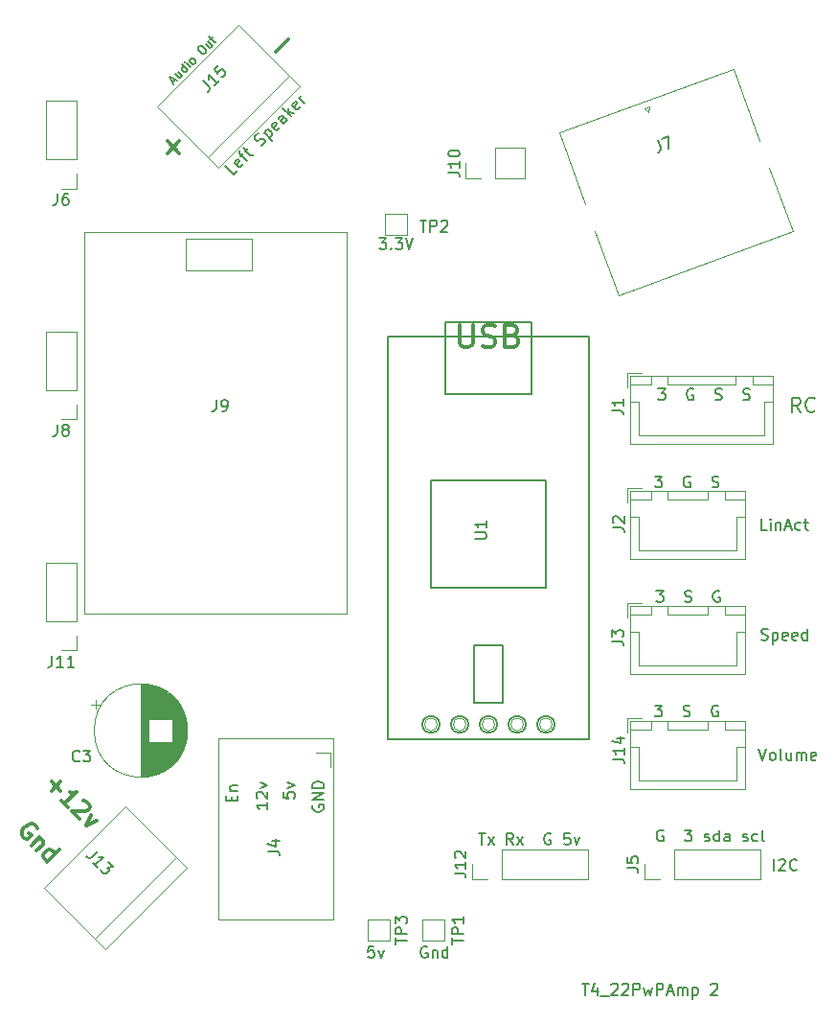
<source format=gbr>
G04 #@! TF.GenerationSoftware,KiCad,Pcbnew,(5.1.6)-1*
G04 #@! TF.CreationDate,2021-07-19T19:05:09-05:00*
G04 #@! TF.ProjectId,ControlBoardT4_22PinSound_PowerAmp,436f6e74-726f-46c4-926f-61726454345f,rev?*
G04 #@! TF.SameCoordinates,Original*
G04 #@! TF.FileFunction,Legend,Top*
G04 #@! TF.FilePolarity,Positive*
%FSLAX46Y46*%
G04 Gerber Fmt 4.6, Leading zero omitted, Abs format (unit mm)*
G04 Created by KiCad (PCBNEW (5.1.6)-1) date 2021-07-19 19:05:09*
%MOMM*%
%LPD*%
G01*
G04 APERTURE LIST*
%ADD10C,0.150000*%
%ADD11C,0.300000*%
%ADD12C,0.350000*%
%ADD13C,0.120000*%
%ADD14C,0.177800*%
G04 APERTURE END LIST*
D10*
X150133809Y-141272380D02*
X150705238Y-141272380D01*
X150419523Y-142272380D02*
X150419523Y-141272380D01*
X150943333Y-142272380D02*
X151467142Y-141605714D01*
X150943333Y-141605714D02*
X151467142Y-142272380D01*
X153181428Y-142272380D02*
X152848095Y-141796190D01*
X152610000Y-142272380D02*
X152610000Y-141272380D01*
X152990952Y-141272380D01*
X153086190Y-141320000D01*
X153133809Y-141367619D01*
X153181428Y-141462857D01*
X153181428Y-141605714D01*
X153133809Y-141700952D01*
X153086190Y-141748571D01*
X152990952Y-141796190D01*
X152610000Y-141796190D01*
X153514761Y-142272380D02*
X154038571Y-141605714D01*
X153514761Y-141605714D02*
X154038571Y-142272380D01*
X156467142Y-141320000D02*
X156371904Y-141272380D01*
X156229047Y-141272380D01*
X156086190Y-141320000D01*
X155990952Y-141415238D01*
X155943333Y-141510476D01*
X155895714Y-141700952D01*
X155895714Y-141843809D01*
X155943333Y-142034285D01*
X155990952Y-142129523D01*
X156086190Y-142224761D01*
X156229047Y-142272380D01*
X156324285Y-142272380D01*
X156467142Y-142224761D01*
X156514761Y-142177142D01*
X156514761Y-141843809D01*
X156324285Y-141843809D01*
X158181428Y-141272380D02*
X157705238Y-141272380D01*
X157657619Y-141748571D01*
X157705238Y-141700952D01*
X157800476Y-141653333D01*
X158038571Y-141653333D01*
X158133809Y-141700952D01*
X158181428Y-141748571D01*
X158229047Y-141843809D01*
X158229047Y-142081904D01*
X158181428Y-142177142D01*
X158133809Y-142224761D01*
X158038571Y-142272380D01*
X157800476Y-142272380D01*
X157705238Y-142224761D01*
X157657619Y-142177142D01*
X158562380Y-141605714D02*
X158800476Y-142272380D01*
X159038571Y-141605714D01*
D11*
X148451190Y-96354761D02*
X148451190Y-97973809D01*
X148546428Y-98164285D01*
X148641666Y-98259523D01*
X148832142Y-98354761D01*
X149213095Y-98354761D01*
X149403571Y-98259523D01*
X149498809Y-98164285D01*
X149594047Y-97973809D01*
X149594047Y-96354761D01*
X150451190Y-98259523D02*
X150736904Y-98354761D01*
X151213095Y-98354761D01*
X151403571Y-98259523D01*
X151498809Y-98164285D01*
X151594047Y-97973809D01*
X151594047Y-97783333D01*
X151498809Y-97592857D01*
X151403571Y-97497619D01*
X151213095Y-97402380D01*
X150832142Y-97307142D01*
X150641666Y-97211904D01*
X150546428Y-97116666D01*
X150451190Y-96926190D01*
X150451190Y-96735714D01*
X150546428Y-96545238D01*
X150641666Y-96450000D01*
X150832142Y-96354761D01*
X151308333Y-96354761D01*
X151594047Y-96450000D01*
X153117857Y-97307142D02*
X153403571Y-97402380D01*
X153498809Y-97497619D01*
X153594047Y-97688095D01*
X153594047Y-97973809D01*
X153498809Y-98164285D01*
X153403571Y-98259523D01*
X153213095Y-98354761D01*
X152451190Y-98354761D01*
X152451190Y-96354761D01*
X153117857Y-96354761D01*
X153308333Y-96450000D01*
X153403571Y-96545238D01*
X153498809Y-96735714D01*
X153498809Y-96926190D01*
X153403571Y-97116666D01*
X153308333Y-97211904D01*
X153117857Y-97307142D01*
X152451190Y-97307142D01*
D10*
X165980357Y-102002380D02*
X166599404Y-102002380D01*
X166266071Y-102383333D01*
X166408928Y-102383333D01*
X166504166Y-102430952D01*
X166551785Y-102478571D01*
X166599404Y-102573809D01*
X166599404Y-102811904D01*
X166551785Y-102907142D01*
X166504166Y-102954761D01*
X166408928Y-103002380D01*
X166123214Y-103002380D01*
X166027976Y-102954761D01*
X165980357Y-102907142D01*
X169075595Y-102050000D02*
X168980357Y-102002380D01*
X168837500Y-102002380D01*
X168694642Y-102050000D01*
X168599404Y-102145238D01*
X168551785Y-102240476D01*
X168504166Y-102430952D01*
X168504166Y-102573809D01*
X168551785Y-102764285D01*
X168599404Y-102859523D01*
X168694642Y-102954761D01*
X168837500Y-103002380D01*
X168932738Y-103002380D01*
X169075595Y-102954761D01*
X169123214Y-102907142D01*
X169123214Y-102573809D01*
X168932738Y-102573809D01*
X171027976Y-102954761D02*
X171170833Y-103002380D01*
X171408928Y-103002380D01*
X171504166Y-102954761D01*
X171551785Y-102907142D01*
X171599404Y-102811904D01*
X171599404Y-102716666D01*
X171551785Y-102621428D01*
X171504166Y-102573809D01*
X171408928Y-102526190D01*
X171218452Y-102478571D01*
X171123214Y-102430952D01*
X171075595Y-102383333D01*
X171027976Y-102288095D01*
X171027976Y-102192857D01*
X171075595Y-102097619D01*
X171123214Y-102050000D01*
X171218452Y-102002380D01*
X171456547Y-102002380D01*
X171599404Y-102050000D01*
X173504166Y-102954761D02*
X173647023Y-103002380D01*
X173885119Y-103002380D01*
X173980357Y-102954761D01*
X174027976Y-102907142D01*
X174075595Y-102811904D01*
X174075595Y-102716666D01*
X174027976Y-102621428D01*
X173980357Y-102573809D01*
X173885119Y-102526190D01*
X173694642Y-102478571D01*
X173599404Y-102430952D01*
X173551785Y-102383333D01*
X173504166Y-102288095D01*
X173504166Y-102192857D01*
X173551785Y-102097619D01*
X173599404Y-102050000D01*
X173694642Y-102002380D01*
X173932738Y-102002380D01*
X174075595Y-102050000D01*
X165710357Y-109742380D02*
X166329404Y-109742380D01*
X165996071Y-110123333D01*
X166138928Y-110123333D01*
X166234166Y-110170952D01*
X166281785Y-110218571D01*
X166329404Y-110313809D01*
X166329404Y-110551904D01*
X166281785Y-110647142D01*
X166234166Y-110694761D01*
X166138928Y-110742380D01*
X165853214Y-110742380D01*
X165757976Y-110694761D01*
X165710357Y-110647142D01*
X168805595Y-109790000D02*
X168710357Y-109742380D01*
X168567500Y-109742380D01*
X168424642Y-109790000D01*
X168329404Y-109885238D01*
X168281785Y-109980476D01*
X168234166Y-110170952D01*
X168234166Y-110313809D01*
X168281785Y-110504285D01*
X168329404Y-110599523D01*
X168424642Y-110694761D01*
X168567500Y-110742380D01*
X168662738Y-110742380D01*
X168805595Y-110694761D01*
X168853214Y-110647142D01*
X168853214Y-110313809D01*
X168662738Y-110313809D01*
X170757976Y-110694761D02*
X170900833Y-110742380D01*
X171138928Y-110742380D01*
X171234166Y-110694761D01*
X171281785Y-110647142D01*
X171329404Y-110551904D01*
X171329404Y-110456666D01*
X171281785Y-110361428D01*
X171234166Y-110313809D01*
X171138928Y-110266190D01*
X170948452Y-110218571D01*
X170853214Y-110170952D01*
X170805595Y-110123333D01*
X170757976Y-110028095D01*
X170757976Y-109932857D01*
X170805595Y-109837619D01*
X170853214Y-109790000D01*
X170948452Y-109742380D01*
X171186547Y-109742380D01*
X171329404Y-109790000D01*
X165830357Y-119842380D02*
X166449404Y-119842380D01*
X166116071Y-120223333D01*
X166258928Y-120223333D01*
X166354166Y-120270952D01*
X166401785Y-120318571D01*
X166449404Y-120413809D01*
X166449404Y-120651904D01*
X166401785Y-120747142D01*
X166354166Y-120794761D01*
X166258928Y-120842380D01*
X165973214Y-120842380D01*
X165877976Y-120794761D01*
X165830357Y-120747142D01*
X168354166Y-120794761D02*
X168497023Y-120842380D01*
X168735119Y-120842380D01*
X168830357Y-120794761D01*
X168877976Y-120747142D01*
X168925595Y-120651904D01*
X168925595Y-120556666D01*
X168877976Y-120461428D01*
X168830357Y-120413809D01*
X168735119Y-120366190D01*
X168544642Y-120318571D01*
X168449404Y-120270952D01*
X168401785Y-120223333D01*
X168354166Y-120128095D01*
X168354166Y-120032857D01*
X168401785Y-119937619D01*
X168449404Y-119890000D01*
X168544642Y-119842380D01*
X168782738Y-119842380D01*
X168925595Y-119890000D01*
X171401785Y-119890000D02*
X171306547Y-119842380D01*
X171163690Y-119842380D01*
X171020833Y-119890000D01*
X170925595Y-119985238D01*
X170877976Y-120080476D01*
X170830357Y-120270952D01*
X170830357Y-120413809D01*
X170877976Y-120604285D01*
X170925595Y-120699523D01*
X171020833Y-120794761D01*
X171163690Y-120842380D01*
X171258928Y-120842380D01*
X171401785Y-120794761D01*
X171449404Y-120747142D01*
X171449404Y-120413809D01*
X171258928Y-120413809D01*
X165700357Y-129972380D02*
X166319404Y-129972380D01*
X165986071Y-130353333D01*
X166128928Y-130353333D01*
X166224166Y-130400952D01*
X166271785Y-130448571D01*
X166319404Y-130543809D01*
X166319404Y-130781904D01*
X166271785Y-130877142D01*
X166224166Y-130924761D01*
X166128928Y-130972380D01*
X165843214Y-130972380D01*
X165747976Y-130924761D01*
X165700357Y-130877142D01*
X168224166Y-130924761D02*
X168367023Y-130972380D01*
X168605119Y-130972380D01*
X168700357Y-130924761D01*
X168747976Y-130877142D01*
X168795595Y-130781904D01*
X168795595Y-130686666D01*
X168747976Y-130591428D01*
X168700357Y-130543809D01*
X168605119Y-130496190D01*
X168414642Y-130448571D01*
X168319404Y-130400952D01*
X168271785Y-130353333D01*
X168224166Y-130258095D01*
X168224166Y-130162857D01*
X168271785Y-130067619D01*
X168319404Y-130020000D01*
X168414642Y-129972380D01*
X168652738Y-129972380D01*
X168795595Y-130020000D01*
X171271785Y-130020000D02*
X171176547Y-129972380D01*
X171033690Y-129972380D01*
X170890833Y-130020000D01*
X170795595Y-130115238D01*
X170747976Y-130210476D01*
X170700357Y-130400952D01*
X170700357Y-130543809D01*
X170747976Y-130734285D01*
X170795595Y-130829523D01*
X170890833Y-130924761D01*
X171033690Y-130972380D01*
X171128928Y-130972380D01*
X171271785Y-130924761D01*
X171319404Y-130877142D01*
X171319404Y-130543809D01*
X171128928Y-130543809D01*
X166434404Y-141025000D02*
X166339166Y-140977380D01*
X166196309Y-140977380D01*
X166053452Y-141025000D01*
X165958214Y-141120238D01*
X165910595Y-141215476D01*
X165862976Y-141405952D01*
X165862976Y-141548809D01*
X165910595Y-141739285D01*
X165958214Y-141834523D01*
X166053452Y-141929761D01*
X166196309Y-141977380D01*
X166291547Y-141977380D01*
X166434404Y-141929761D01*
X166482023Y-141882142D01*
X166482023Y-141548809D01*
X166291547Y-141548809D01*
X168339166Y-140977380D02*
X168958214Y-140977380D01*
X168624880Y-141358333D01*
X168767738Y-141358333D01*
X168862976Y-141405952D01*
X168910595Y-141453571D01*
X168958214Y-141548809D01*
X168958214Y-141786904D01*
X168910595Y-141882142D01*
X168862976Y-141929761D01*
X168767738Y-141977380D01*
X168482023Y-141977380D01*
X168386785Y-141929761D01*
X168339166Y-141882142D01*
X170101071Y-141929761D02*
X170196309Y-141977380D01*
X170386785Y-141977380D01*
X170482023Y-141929761D01*
X170529642Y-141834523D01*
X170529642Y-141786904D01*
X170482023Y-141691666D01*
X170386785Y-141644047D01*
X170243928Y-141644047D01*
X170148690Y-141596428D01*
X170101071Y-141501190D01*
X170101071Y-141453571D01*
X170148690Y-141358333D01*
X170243928Y-141310714D01*
X170386785Y-141310714D01*
X170482023Y-141358333D01*
X171386785Y-141977380D02*
X171386785Y-140977380D01*
X171386785Y-141929761D02*
X171291547Y-141977380D01*
X171101071Y-141977380D01*
X171005833Y-141929761D01*
X170958214Y-141882142D01*
X170910595Y-141786904D01*
X170910595Y-141501190D01*
X170958214Y-141405952D01*
X171005833Y-141358333D01*
X171101071Y-141310714D01*
X171291547Y-141310714D01*
X171386785Y-141358333D01*
X172291547Y-141977380D02*
X172291547Y-141453571D01*
X172243928Y-141358333D01*
X172148690Y-141310714D01*
X171958214Y-141310714D01*
X171862976Y-141358333D01*
X172291547Y-141929761D02*
X172196309Y-141977380D01*
X171958214Y-141977380D01*
X171862976Y-141929761D01*
X171815357Y-141834523D01*
X171815357Y-141739285D01*
X171862976Y-141644047D01*
X171958214Y-141596428D01*
X172196309Y-141596428D01*
X172291547Y-141548809D01*
X173482023Y-141929761D02*
X173577261Y-141977380D01*
X173767738Y-141977380D01*
X173862976Y-141929761D01*
X173910595Y-141834523D01*
X173910595Y-141786904D01*
X173862976Y-141691666D01*
X173767738Y-141644047D01*
X173624880Y-141644047D01*
X173529642Y-141596428D01*
X173482023Y-141501190D01*
X173482023Y-141453571D01*
X173529642Y-141358333D01*
X173624880Y-141310714D01*
X173767738Y-141310714D01*
X173862976Y-141358333D01*
X174767738Y-141929761D02*
X174672500Y-141977380D01*
X174482023Y-141977380D01*
X174386785Y-141929761D01*
X174339166Y-141882142D01*
X174291547Y-141786904D01*
X174291547Y-141501190D01*
X174339166Y-141405952D01*
X174386785Y-141358333D01*
X174482023Y-141310714D01*
X174672500Y-141310714D01*
X174767738Y-141358333D01*
X175339166Y-141977380D02*
X175243928Y-141929761D01*
X175196309Y-141834523D01*
X175196309Y-140977380D01*
X123044859Y-74931916D02*
X123297398Y-74679378D01*
X123145875Y-75133947D02*
X122792321Y-74426840D01*
X123499428Y-74780393D01*
X123549936Y-74022779D02*
X123903489Y-74376332D01*
X123322651Y-74250063D02*
X123600443Y-74527855D01*
X123676205Y-74553109D01*
X123751966Y-74527855D01*
X123827728Y-74452094D01*
X123852981Y-74376332D01*
X123852981Y-74325825D01*
X124383312Y-73896510D02*
X123852981Y-73366180D01*
X124358058Y-73871256D02*
X124332804Y-73947018D01*
X124231789Y-74048033D01*
X124156027Y-74073287D01*
X124105520Y-74073287D01*
X124029758Y-74048033D01*
X123878235Y-73896510D01*
X123852981Y-73820748D01*
X123852981Y-73770241D01*
X123878235Y-73694479D01*
X123979251Y-73593464D01*
X124055012Y-73568210D01*
X124635850Y-73643972D02*
X124282296Y-73290418D01*
X124105520Y-73113642D02*
X124105520Y-73164149D01*
X124156027Y-73164149D01*
X124156027Y-73113642D01*
X124105520Y-73113642D01*
X124156027Y-73164149D01*
X124964149Y-73315672D02*
X124888388Y-73340926D01*
X124837880Y-73340926D01*
X124762119Y-73315672D01*
X124610596Y-73164149D01*
X124585342Y-73088388D01*
X124585342Y-73037880D01*
X124610596Y-72962119D01*
X124686357Y-72886357D01*
X124762119Y-72861104D01*
X124812626Y-72861104D01*
X124888388Y-72886357D01*
X125039911Y-73037880D01*
X125065165Y-73113642D01*
X125065165Y-73164149D01*
X125039911Y-73239911D01*
X124964149Y-73315672D01*
X125342956Y-71876205D02*
X125443972Y-71775190D01*
X125519733Y-71749936D01*
X125620748Y-71749936D01*
X125747018Y-71825697D01*
X125923794Y-72002474D01*
X125999556Y-72128743D01*
X125999556Y-72229758D01*
X125974302Y-72305520D01*
X125873287Y-72406535D01*
X125797525Y-72431789D01*
X125696510Y-72431789D01*
X125570241Y-72356027D01*
X125393464Y-72179251D01*
X125317703Y-72052981D01*
X125317703Y-71951966D01*
X125342956Y-71876205D01*
X126201586Y-71371129D02*
X126555140Y-71724682D01*
X125974302Y-71598413D02*
X126252094Y-71876205D01*
X126327855Y-71901459D01*
X126403617Y-71876205D01*
X126479378Y-71800443D01*
X126504632Y-71724682D01*
X126504632Y-71674174D01*
X126378363Y-71194352D02*
X126580393Y-70992321D01*
X126277348Y-70941814D02*
X126731916Y-71396382D01*
X126807678Y-71421636D01*
X126883439Y-71396382D01*
X126933947Y-71345875D01*
D12*
X132162267Y-72239763D02*
X133239763Y-71162267D01*
X122587267Y-81214763D02*
X123664763Y-80137267D01*
X123664763Y-81214763D02*
X122587267Y-80137267D01*
D11*
X112330963Y-136707486D02*
X113139086Y-137515608D01*
X112330963Y-137515608D02*
X113139086Y-136707486D01*
X113795685Y-138980330D02*
X113189593Y-138374238D01*
X113492639Y-138677284D02*
X114553299Y-137616624D01*
X114300761Y-137667131D01*
X114098730Y-137667131D01*
X113947208Y-137616624D01*
X115159391Y-138424746D02*
X115260406Y-138424746D01*
X115411929Y-138475253D01*
X115664467Y-138727791D01*
X115714975Y-138879314D01*
X115714975Y-138980330D01*
X115664467Y-139131852D01*
X115563452Y-139232868D01*
X115361421Y-139333883D01*
X114149238Y-139333883D01*
X114805837Y-139990482D01*
X115866497Y-139636929D02*
X115411929Y-140596574D01*
X116371574Y-140142005D01*
X111073477Y-140837816D02*
X111022969Y-140686294D01*
X110871446Y-140534771D01*
X110669416Y-140433755D01*
X110467385Y-140433755D01*
X110315862Y-140484263D01*
X110063324Y-140635786D01*
X109911801Y-140787309D01*
X109760278Y-141039847D01*
X109709771Y-141191370D01*
X109709771Y-141393400D01*
X109810786Y-141595431D01*
X109911801Y-141696446D01*
X110113832Y-141797461D01*
X110214847Y-141797461D01*
X110568400Y-141443908D01*
X110366370Y-141241877D01*
X111275507Y-141645938D02*
X110568400Y-142353045D01*
X111174492Y-141746954D02*
X111275507Y-141746954D01*
X111427030Y-141797461D01*
X111578553Y-141948984D01*
X111629061Y-142100507D01*
X111578553Y-142252030D01*
X111022969Y-142807614D01*
X111982614Y-143767259D02*
X113043274Y-142706599D01*
X112033122Y-143716751D02*
X111881599Y-143666244D01*
X111679568Y-143464213D01*
X111629061Y-143312690D01*
X111629061Y-143211675D01*
X111679568Y-143060152D01*
X111982614Y-142757106D01*
X112134137Y-142706599D01*
X112235152Y-142706599D01*
X112386675Y-142757106D01*
X112588705Y-142959137D01*
X112639213Y-143110660D01*
D10*
X159276190Y-154552380D02*
X159847619Y-154552380D01*
X159561904Y-155552380D02*
X159561904Y-154552380D01*
X160609523Y-154885714D02*
X160609523Y-155552380D01*
X160371428Y-154504761D02*
X160133333Y-155219047D01*
X160752380Y-155219047D01*
X160895238Y-155647619D02*
X161657142Y-155647619D01*
X161847619Y-154647619D02*
X161895238Y-154600000D01*
X161990476Y-154552380D01*
X162228571Y-154552380D01*
X162323809Y-154600000D01*
X162371428Y-154647619D01*
X162419047Y-154742857D01*
X162419047Y-154838095D01*
X162371428Y-154980952D01*
X161800000Y-155552380D01*
X162419047Y-155552380D01*
X162800000Y-154647619D02*
X162847619Y-154600000D01*
X162942857Y-154552380D01*
X163180952Y-154552380D01*
X163276190Y-154600000D01*
X163323809Y-154647619D01*
X163371428Y-154742857D01*
X163371428Y-154838095D01*
X163323809Y-154980952D01*
X162752380Y-155552380D01*
X163371428Y-155552380D01*
X163800000Y-155552380D02*
X163800000Y-154552380D01*
X164180952Y-154552380D01*
X164276190Y-154600000D01*
X164323809Y-154647619D01*
X164371428Y-154742857D01*
X164371428Y-154885714D01*
X164323809Y-154980952D01*
X164276190Y-155028571D01*
X164180952Y-155076190D01*
X163800000Y-155076190D01*
X164704761Y-154885714D02*
X164895238Y-155552380D01*
X165085714Y-155076190D01*
X165276190Y-155552380D01*
X165466666Y-154885714D01*
X165847619Y-155552380D02*
X165847619Y-154552380D01*
X166228571Y-154552380D01*
X166323809Y-154600000D01*
X166371428Y-154647619D01*
X166419047Y-154742857D01*
X166419047Y-154885714D01*
X166371428Y-154980952D01*
X166323809Y-155028571D01*
X166228571Y-155076190D01*
X165847619Y-155076190D01*
X166800000Y-155266666D02*
X167276190Y-155266666D01*
X166704761Y-155552380D02*
X167038095Y-154552380D01*
X167371428Y-155552380D01*
X167704761Y-155552380D02*
X167704761Y-154885714D01*
X167704761Y-154980952D02*
X167752380Y-154933333D01*
X167847619Y-154885714D01*
X167990476Y-154885714D01*
X168085714Y-154933333D01*
X168133333Y-155028571D01*
X168133333Y-155552380D01*
X168133333Y-155028571D02*
X168180952Y-154933333D01*
X168276190Y-154885714D01*
X168419047Y-154885714D01*
X168514285Y-154933333D01*
X168561904Y-155028571D01*
X168561904Y-155552380D01*
X169038095Y-154885714D02*
X169038095Y-155885714D01*
X169038095Y-154933333D02*
X169133333Y-154885714D01*
X169323809Y-154885714D01*
X169419047Y-154933333D01*
X169466666Y-154980952D01*
X169514285Y-155076190D01*
X169514285Y-155361904D01*
X169466666Y-155457142D01*
X169419047Y-155504761D01*
X169323809Y-155552380D01*
X169133333Y-155552380D01*
X169038095Y-155504761D01*
X170657142Y-154647619D02*
X170704761Y-154600000D01*
X170800000Y-154552380D01*
X171038095Y-154552380D01*
X171133333Y-154600000D01*
X171180952Y-154647619D01*
X171228571Y-154742857D01*
X171228571Y-154838095D01*
X171180952Y-154980952D01*
X170609523Y-155552380D01*
X171228571Y-155552380D01*
D13*
X137231000Y-132899000D02*
X127071000Y-132899000D01*
X135700000Y-134130000D02*
X136970000Y-134130000D01*
X136970000Y-134130000D02*
X136970000Y-135400000D01*
X137231000Y-132899000D02*
X137231000Y-148899000D01*
X137231000Y-148899000D02*
X127071000Y-148899000D01*
X127071000Y-132899000D02*
X127071000Y-148899000D01*
X165133880Y-77582624D02*
X165186689Y-77103891D01*
X164773769Y-77254181D02*
X165133880Y-77582624D01*
X165186689Y-77103891D02*
X164773769Y-77254181D01*
X177881178Y-88114991D02*
X162460822Y-93727541D01*
X177881178Y-88114991D02*
X175824891Y-82465389D01*
X172668791Y-73794075D02*
X157248435Y-79406626D01*
X174969162Y-80119789D02*
X172668791Y-73794075D01*
X162460822Y-93727541D02*
X160404535Y-88077940D01*
X159548806Y-85732340D02*
X157248435Y-79406626D01*
X115270000Y-121854500D02*
X138470000Y-121854500D01*
X115279200Y-88174500D02*
X115270000Y-121854500D01*
X138470000Y-88174500D02*
X138470000Y-121854500D01*
X115279200Y-88174500D02*
X138470000Y-88174500D01*
X124238100Y-88750500D02*
X130038100Y-88750500D01*
X130038100Y-88750500D02*
X130038100Y-91582600D01*
X130038100Y-91582600D02*
X124238100Y-91582600D01*
X124238100Y-91582600D02*
X124238100Y-88750500D01*
X164770000Y-145330000D02*
X164770000Y-144000000D01*
X166100000Y-145330000D02*
X164770000Y-145330000D01*
X167370000Y-145330000D02*
X167370000Y-142670000D01*
X167370000Y-142670000D02*
X175050000Y-142670000D01*
X167370000Y-145330000D02*
X175050000Y-145330000D01*
X175050000Y-145330000D02*
X175050000Y-142670000D01*
X133384205Y-74407898D02*
X126200000Y-81592102D01*
X134282231Y-75305923D02*
X128894077Y-69917769D01*
X128894077Y-69917769D02*
X121709872Y-77101974D01*
X121709872Y-77101974D02*
X127098026Y-82490128D01*
X127098026Y-82490128D02*
X134282231Y-75305923D01*
X124370000Y-132200000D02*
G75*
G03*
X124370000Y-132200000I-4120000J0D01*
G01*
X120250000Y-128120000D02*
X120250000Y-136280000D01*
X120290000Y-128120000D02*
X120290000Y-136280000D01*
X120330000Y-128120000D02*
X120330000Y-136280000D01*
X120370000Y-128121000D02*
X120370000Y-136279000D01*
X120410000Y-128123000D02*
X120410000Y-136277000D01*
X120450000Y-128124000D02*
X120450000Y-136276000D01*
X120490000Y-128126000D02*
X120490000Y-136274000D01*
X120530000Y-128129000D02*
X120530000Y-136271000D01*
X120570000Y-128132000D02*
X120570000Y-136268000D01*
X120610000Y-128135000D02*
X120610000Y-136265000D01*
X120650000Y-128139000D02*
X120650000Y-136261000D01*
X120690000Y-128143000D02*
X120690000Y-136257000D01*
X120730000Y-128148000D02*
X120730000Y-136252000D01*
X120770000Y-128152000D02*
X120770000Y-136248000D01*
X120810000Y-128158000D02*
X120810000Y-136242000D01*
X120850000Y-128163000D02*
X120850000Y-136237000D01*
X120890000Y-128170000D02*
X120890000Y-136230000D01*
X120930000Y-128176000D02*
X120930000Y-136224000D01*
X120971000Y-128183000D02*
X120971000Y-131160000D01*
X120971000Y-133240000D02*
X120971000Y-136217000D01*
X121011000Y-128190000D02*
X121011000Y-131160000D01*
X121011000Y-133240000D02*
X121011000Y-136210000D01*
X121051000Y-128198000D02*
X121051000Y-131160000D01*
X121051000Y-133240000D02*
X121051000Y-136202000D01*
X121091000Y-128206000D02*
X121091000Y-131160000D01*
X121091000Y-133240000D02*
X121091000Y-136194000D01*
X121131000Y-128215000D02*
X121131000Y-131160000D01*
X121131000Y-133240000D02*
X121131000Y-136185000D01*
X121171000Y-128224000D02*
X121171000Y-131160000D01*
X121171000Y-133240000D02*
X121171000Y-136176000D01*
X121211000Y-128233000D02*
X121211000Y-131160000D01*
X121211000Y-133240000D02*
X121211000Y-136167000D01*
X121251000Y-128243000D02*
X121251000Y-131160000D01*
X121251000Y-133240000D02*
X121251000Y-136157000D01*
X121291000Y-128253000D02*
X121291000Y-131160000D01*
X121291000Y-133240000D02*
X121291000Y-136147000D01*
X121331000Y-128264000D02*
X121331000Y-131160000D01*
X121331000Y-133240000D02*
X121331000Y-136136000D01*
X121371000Y-128275000D02*
X121371000Y-131160000D01*
X121371000Y-133240000D02*
X121371000Y-136125000D01*
X121411000Y-128286000D02*
X121411000Y-131160000D01*
X121411000Y-133240000D02*
X121411000Y-136114000D01*
X121451000Y-128298000D02*
X121451000Y-131160000D01*
X121451000Y-133240000D02*
X121451000Y-136102000D01*
X121491000Y-128311000D02*
X121491000Y-131160000D01*
X121491000Y-133240000D02*
X121491000Y-136089000D01*
X121531000Y-128323000D02*
X121531000Y-131160000D01*
X121531000Y-133240000D02*
X121531000Y-136077000D01*
X121571000Y-128337000D02*
X121571000Y-131160000D01*
X121571000Y-133240000D02*
X121571000Y-136063000D01*
X121611000Y-128350000D02*
X121611000Y-131160000D01*
X121611000Y-133240000D02*
X121611000Y-136050000D01*
X121651000Y-128365000D02*
X121651000Y-131160000D01*
X121651000Y-133240000D02*
X121651000Y-136035000D01*
X121691000Y-128379000D02*
X121691000Y-131160000D01*
X121691000Y-133240000D02*
X121691000Y-136021000D01*
X121731000Y-128395000D02*
X121731000Y-131160000D01*
X121731000Y-133240000D02*
X121731000Y-136005000D01*
X121771000Y-128410000D02*
X121771000Y-131160000D01*
X121771000Y-133240000D02*
X121771000Y-135990000D01*
X121811000Y-128426000D02*
X121811000Y-131160000D01*
X121811000Y-133240000D02*
X121811000Y-135974000D01*
X121851000Y-128443000D02*
X121851000Y-131160000D01*
X121851000Y-133240000D02*
X121851000Y-135957000D01*
X121891000Y-128460000D02*
X121891000Y-131160000D01*
X121891000Y-133240000D02*
X121891000Y-135940000D01*
X121931000Y-128478000D02*
X121931000Y-131160000D01*
X121931000Y-133240000D02*
X121931000Y-135922000D01*
X121971000Y-128496000D02*
X121971000Y-131160000D01*
X121971000Y-133240000D02*
X121971000Y-135904000D01*
X122011000Y-128514000D02*
X122011000Y-131160000D01*
X122011000Y-133240000D02*
X122011000Y-135886000D01*
X122051000Y-128534000D02*
X122051000Y-131160000D01*
X122051000Y-133240000D02*
X122051000Y-135866000D01*
X122091000Y-128553000D02*
X122091000Y-131160000D01*
X122091000Y-133240000D02*
X122091000Y-135847000D01*
X122131000Y-128573000D02*
X122131000Y-131160000D01*
X122131000Y-133240000D02*
X122131000Y-135827000D01*
X122171000Y-128594000D02*
X122171000Y-131160000D01*
X122171000Y-133240000D02*
X122171000Y-135806000D01*
X122211000Y-128616000D02*
X122211000Y-131160000D01*
X122211000Y-133240000D02*
X122211000Y-135784000D01*
X122251000Y-128638000D02*
X122251000Y-131160000D01*
X122251000Y-133240000D02*
X122251000Y-135762000D01*
X122291000Y-128660000D02*
X122291000Y-131160000D01*
X122291000Y-133240000D02*
X122291000Y-135740000D01*
X122331000Y-128683000D02*
X122331000Y-131160000D01*
X122331000Y-133240000D02*
X122331000Y-135717000D01*
X122371000Y-128707000D02*
X122371000Y-131160000D01*
X122371000Y-133240000D02*
X122371000Y-135693000D01*
X122411000Y-128731000D02*
X122411000Y-131160000D01*
X122411000Y-133240000D02*
X122411000Y-135669000D01*
X122451000Y-128756000D02*
X122451000Y-131160000D01*
X122451000Y-133240000D02*
X122451000Y-135644000D01*
X122491000Y-128782000D02*
X122491000Y-131160000D01*
X122491000Y-133240000D02*
X122491000Y-135618000D01*
X122531000Y-128808000D02*
X122531000Y-131160000D01*
X122531000Y-133240000D02*
X122531000Y-135592000D01*
X122571000Y-128835000D02*
X122571000Y-131160000D01*
X122571000Y-133240000D02*
X122571000Y-135565000D01*
X122611000Y-128862000D02*
X122611000Y-131160000D01*
X122611000Y-133240000D02*
X122611000Y-135538000D01*
X122651000Y-128891000D02*
X122651000Y-131160000D01*
X122651000Y-133240000D02*
X122651000Y-135509000D01*
X122691000Y-128920000D02*
X122691000Y-131160000D01*
X122691000Y-133240000D02*
X122691000Y-135480000D01*
X122731000Y-128950000D02*
X122731000Y-131160000D01*
X122731000Y-133240000D02*
X122731000Y-135450000D01*
X122771000Y-128980000D02*
X122771000Y-131160000D01*
X122771000Y-133240000D02*
X122771000Y-135420000D01*
X122811000Y-129011000D02*
X122811000Y-131160000D01*
X122811000Y-133240000D02*
X122811000Y-135389000D01*
X122851000Y-129044000D02*
X122851000Y-131160000D01*
X122851000Y-133240000D02*
X122851000Y-135356000D01*
X122891000Y-129076000D02*
X122891000Y-131160000D01*
X122891000Y-133240000D02*
X122891000Y-135324000D01*
X122931000Y-129110000D02*
X122931000Y-131160000D01*
X122931000Y-133240000D02*
X122931000Y-135290000D01*
X122971000Y-129145000D02*
X122971000Y-131160000D01*
X122971000Y-133240000D02*
X122971000Y-135255000D01*
X123011000Y-129181000D02*
X123011000Y-131160000D01*
X123011000Y-133240000D02*
X123011000Y-135219000D01*
X123051000Y-129217000D02*
X123051000Y-135183000D01*
X123091000Y-129255000D02*
X123091000Y-135145000D01*
X123131000Y-129293000D02*
X123131000Y-135107000D01*
X123171000Y-129333000D02*
X123171000Y-135067000D01*
X123211000Y-129374000D02*
X123211000Y-135026000D01*
X123251000Y-129416000D02*
X123251000Y-134984000D01*
X123291000Y-129459000D02*
X123291000Y-134941000D01*
X123331000Y-129503000D02*
X123331000Y-134897000D01*
X123371000Y-129549000D02*
X123371000Y-134851000D01*
X123411000Y-129596000D02*
X123411000Y-134804000D01*
X123451000Y-129644000D02*
X123451000Y-134756000D01*
X123491000Y-129695000D02*
X123491000Y-134705000D01*
X123531000Y-129746000D02*
X123531000Y-134654000D01*
X123571000Y-129800000D02*
X123571000Y-134600000D01*
X123611000Y-129855000D02*
X123611000Y-134545000D01*
X123651000Y-129913000D02*
X123651000Y-134487000D01*
X123691000Y-129972000D02*
X123691000Y-134428000D01*
X123731000Y-130034000D02*
X123731000Y-134366000D01*
X123771000Y-130098000D02*
X123771000Y-134302000D01*
X123811000Y-130166000D02*
X123811000Y-134234000D01*
X123851000Y-130236000D02*
X123851000Y-134164000D01*
X123891000Y-130310000D02*
X123891000Y-134090000D01*
X123931000Y-130387000D02*
X123931000Y-134013000D01*
X123971000Y-130469000D02*
X123971000Y-133931000D01*
X124011000Y-130555000D02*
X124011000Y-133845000D01*
X124051000Y-130648000D02*
X124051000Y-133752000D01*
X124091000Y-130747000D02*
X124091000Y-133653000D01*
X124131000Y-130854000D02*
X124131000Y-133546000D01*
X124171000Y-130971000D02*
X124171000Y-133429000D01*
X124211000Y-131102000D02*
X124211000Y-133298000D01*
X124251000Y-131252000D02*
X124251000Y-133148000D01*
X124291000Y-131432000D02*
X124291000Y-132968000D01*
X124331000Y-131667000D02*
X124331000Y-132733000D01*
X115840302Y-129885000D02*
X116640302Y-129885000D01*
X116240302Y-129485000D02*
X116240302Y-130285000D01*
X123384205Y-143407898D02*
X116200000Y-150592102D01*
X124282231Y-144305923D02*
X118894077Y-138917769D01*
X118894077Y-138917769D02*
X111709872Y-146101974D01*
X111709872Y-146101974D02*
X117098026Y-151490128D01*
X117098026Y-151490128D02*
X124282231Y-144305923D01*
X145150000Y-150750000D02*
X145150000Y-148850000D01*
X145150000Y-148850000D02*
X147050000Y-148850000D01*
X147050000Y-148850000D02*
X147050000Y-150750000D01*
X147050000Y-150750000D02*
X145150000Y-150750000D01*
X114530000Y-84330000D02*
X113200000Y-84330000D01*
X114530000Y-83000000D02*
X114530000Y-84330000D01*
X114530000Y-81730000D02*
X111870000Y-81730000D01*
X111870000Y-81730000D02*
X111870000Y-76590000D01*
X114530000Y-81730000D02*
X114530000Y-76590000D01*
X114530000Y-76590000D02*
X111870000Y-76590000D01*
X114530000Y-104730000D02*
X113200000Y-104730000D01*
X114530000Y-103400000D02*
X114530000Y-104730000D01*
X114530000Y-102130000D02*
X111870000Y-102130000D01*
X111870000Y-102130000D02*
X111870000Y-96990000D01*
X114530000Y-102130000D02*
X114530000Y-96990000D01*
X114530000Y-96990000D02*
X111870000Y-96990000D01*
X114530000Y-117390000D02*
X111870000Y-117390000D01*
X114530000Y-122530000D02*
X114530000Y-117390000D01*
X111870000Y-122530000D02*
X111870000Y-117390000D01*
X114530000Y-122530000D02*
X111870000Y-122530000D01*
X114530000Y-123800000D02*
X114530000Y-125130000D01*
X114530000Y-125130000D02*
X113200000Y-125130000D01*
X141850000Y-86550000D02*
X143750000Y-86550000D01*
X143750000Y-86550000D02*
X143750000Y-88450000D01*
X143750000Y-88450000D02*
X141850000Y-88450000D01*
X141850000Y-88450000D02*
X141850000Y-86550000D01*
X140350000Y-148850000D02*
X142250000Y-148850000D01*
X140350000Y-150750000D02*
X140350000Y-148850000D01*
X142250000Y-150750000D02*
X140350000Y-150750000D01*
X142250000Y-148850000D02*
X142250000Y-150750000D01*
D10*
X145897000Y-119593000D02*
X156057000Y-119593000D01*
X156057000Y-110068000D02*
X145897000Y-110068000D01*
X145897000Y-110068000D02*
X145897000Y-119593000D01*
X156057000Y-110068000D02*
X156057000Y-119593000D01*
X159867000Y-132928000D02*
X159867000Y-97368000D01*
X142087000Y-97368000D02*
X142087000Y-132928000D01*
X147167000Y-97368000D02*
X147167000Y-96098000D01*
X147167000Y-96098000D02*
X154787000Y-96098000D01*
X154787000Y-96098000D02*
X154787000Y-97368000D01*
X147167000Y-102448000D02*
X154787000Y-102448000D01*
X154787000Y-102448000D02*
X154787000Y-97368000D01*
X147167000Y-102448000D02*
X147167000Y-97368000D01*
X152247000Y-124673000D02*
X152247000Y-129753000D01*
X152247000Y-129753000D02*
X149707000Y-129753000D01*
X149707000Y-129753000D02*
X149707000Y-124673000D01*
X149707000Y-124673000D02*
X152247000Y-124673000D01*
X159867000Y-132928000D02*
X142087000Y-132928000D01*
X142087000Y-97368000D02*
X159867000Y-97368000D01*
D13*
X156624961Y-131658000D02*
G75*
G03*
X156624961Y-131658000I-567961J0D01*
G01*
X156860219Y-131658000D02*
G75*
G03*
X156860219Y-131658000I-803219J0D01*
G01*
X156775420Y-131658000D02*
G75*
G03*
X156775420Y-131658000I-718420J0D01*
G01*
X154084961Y-131658000D02*
G75*
G03*
X154084961Y-131658000I-567961J0D01*
G01*
X154320219Y-131658000D02*
G75*
G03*
X154320219Y-131658000I-803219J0D01*
G01*
X154235420Y-131658000D02*
G75*
G03*
X154235420Y-131658000I-718420J0D01*
G01*
X151544961Y-131658000D02*
G75*
G03*
X151544961Y-131658000I-567961J0D01*
G01*
X151780219Y-131658000D02*
G75*
G03*
X151780219Y-131658000I-803219J0D01*
G01*
X151695420Y-131658000D02*
G75*
G03*
X151695420Y-131658000I-718420J0D01*
G01*
X149004961Y-131658000D02*
G75*
G03*
X149004961Y-131658000I-567961J0D01*
G01*
X149240219Y-131658000D02*
G75*
G03*
X149240219Y-131658000I-803219J0D01*
G01*
X149155420Y-131658000D02*
G75*
G03*
X149155420Y-131658000I-718420J0D01*
G01*
X146464961Y-131658000D02*
G75*
G03*
X146464961Y-131658000I-567961J0D01*
G01*
X146700219Y-131658000D02*
G75*
G03*
X146700219Y-131658000I-803219J0D01*
G01*
X146615420Y-131658000D02*
G75*
G03*
X146615420Y-131658000I-718420J0D01*
G01*
X148970000Y-83430000D02*
X148970000Y-82100000D01*
X150300000Y-83430000D02*
X148970000Y-83430000D01*
X151570000Y-83430000D02*
X151570000Y-80770000D01*
X151570000Y-80770000D02*
X154170000Y-80770000D01*
X151570000Y-83430000D02*
X154170000Y-83430000D01*
X154170000Y-83430000D02*
X154170000Y-80770000D01*
X149530000Y-145330000D02*
X149530000Y-144000000D01*
X150860000Y-145330000D02*
X149530000Y-145330000D01*
X152130000Y-145330000D02*
X152130000Y-142670000D01*
X152130000Y-142670000D02*
X159810000Y-142670000D01*
X152130000Y-145330000D02*
X159810000Y-145330000D01*
X159810000Y-145330000D02*
X159810000Y-142670000D01*
X163250000Y-100610000D02*
X163250000Y-101860000D01*
X164500000Y-100610000D02*
X163250000Y-100610000D01*
X175400000Y-106110000D02*
X169850000Y-106110000D01*
X175400000Y-103160000D02*
X175400000Y-106110000D01*
X176150000Y-103160000D02*
X175400000Y-103160000D01*
X164300000Y-106110000D02*
X169850000Y-106110000D01*
X164300000Y-103160000D02*
X164300000Y-106110000D01*
X163550000Y-103160000D02*
X164300000Y-103160000D01*
X176150000Y-100910000D02*
X174350000Y-100910000D01*
X176150000Y-101660000D02*
X176150000Y-100910000D01*
X174350000Y-101660000D02*
X176150000Y-101660000D01*
X174350000Y-100910000D02*
X174350000Y-101660000D01*
X165350000Y-100910000D02*
X163550000Y-100910000D01*
X165350000Y-101660000D02*
X165350000Y-100910000D01*
X163550000Y-101660000D02*
X165350000Y-101660000D01*
X163550000Y-100910000D02*
X163550000Y-101660000D01*
X172850000Y-100910000D02*
X166850000Y-100910000D01*
X172850000Y-101660000D02*
X172850000Y-100910000D01*
X166850000Y-101660000D02*
X172850000Y-101660000D01*
X166850000Y-100910000D02*
X166850000Y-101660000D01*
X176160000Y-100900000D02*
X163540000Y-100900000D01*
X176160000Y-106870000D02*
X176160000Y-100900000D01*
X163540000Y-106870000D02*
X176160000Y-106870000D01*
X163540000Y-100900000D02*
X163540000Y-106870000D01*
X163540000Y-111060000D02*
X163540000Y-117030000D01*
X163540000Y-117030000D02*
X173660000Y-117030000D01*
X173660000Y-117030000D02*
X173660000Y-111060000D01*
X173660000Y-111060000D02*
X163540000Y-111060000D01*
X166850000Y-111070000D02*
X166850000Y-111820000D01*
X166850000Y-111820000D02*
X170350000Y-111820000D01*
X170350000Y-111820000D02*
X170350000Y-111070000D01*
X170350000Y-111070000D02*
X166850000Y-111070000D01*
X163550000Y-111070000D02*
X163550000Y-111820000D01*
X163550000Y-111820000D02*
X165350000Y-111820000D01*
X165350000Y-111820000D02*
X165350000Y-111070000D01*
X165350000Y-111070000D02*
X163550000Y-111070000D01*
X171850000Y-111070000D02*
X171850000Y-111820000D01*
X171850000Y-111820000D02*
X173650000Y-111820000D01*
X173650000Y-111820000D02*
X173650000Y-111070000D01*
X173650000Y-111070000D02*
X171850000Y-111070000D01*
X163550000Y-113320000D02*
X164300000Y-113320000D01*
X164300000Y-113320000D02*
X164300000Y-116270000D01*
X164300000Y-116270000D02*
X168600000Y-116270000D01*
X173650000Y-113320000D02*
X172900000Y-113320000D01*
X172900000Y-113320000D02*
X172900000Y-116270000D01*
X172900000Y-116270000D02*
X168600000Y-116270000D01*
X164500000Y-110770000D02*
X163250000Y-110770000D01*
X163250000Y-110770000D02*
X163250000Y-112020000D01*
X163540000Y-121220000D02*
X163540000Y-127190000D01*
X163540000Y-127190000D02*
X173660000Y-127190000D01*
X173660000Y-127190000D02*
X173660000Y-121220000D01*
X173660000Y-121220000D02*
X163540000Y-121220000D01*
X166850000Y-121230000D02*
X166850000Y-121980000D01*
X166850000Y-121980000D02*
X170350000Y-121980000D01*
X170350000Y-121980000D02*
X170350000Y-121230000D01*
X170350000Y-121230000D02*
X166850000Y-121230000D01*
X163550000Y-121230000D02*
X163550000Y-121980000D01*
X163550000Y-121980000D02*
X165350000Y-121980000D01*
X165350000Y-121980000D02*
X165350000Y-121230000D01*
X165350000Y-121230000D02*
X163550000Y-121230000D01*
X171850000Y-121230000D02*
X171850000Y-121980000D01*
X171850000Y-121980000D02*
X173650000Y-121980000D01*
X173650000Y-121980000D02*
X173650000Y-121230000D01*
X173650000Y-121230000D02*
X171850000Y-121230000D01*
X163550000Y-123480000D02*
X164300000Y-123480000D01*
X164300000Y-123480000D02*
X164300000Y-126430000D01*
X164300000Y-126430000D02*
X168600000Y-126430000D01*
X173650000Y-123480000D02*
X172900000Y-123480000D01*
X172900000Y-123480000D02*
X172900000Y-126430000D01*
X172900000Y-126430000D02*
X168600000Y-126430000D01*
X164500000Y-120930000D02*
X163250000Y-120930000D01*
X163250000Y-120930000D02*
X163250000Y-122180000D01*
X163250000Y-131090000D02*
X163250000Y-132340000D01*
X164500000Y-131090000D02*
X163250000Y-131090000D01*
X172900000Y-136590000D02*
X168600000Y-136590000D01*
X172900000Y-133640000D02*
X172900000Y-136590000D01*
X173650000Y-133640000D02*
X172900000Y-133640000D01*
X164300000Y-136590000D02*
X168600000Y-136590000D01*
X164300000Y-133640000D02*
X164300000Y-136590000D01*
X163550000Y-133640000D02*
X164300000Y-133640000D01*
X173650000Y-131390000D02*
X171850000Y-131390000D01*
X173650000Y-132140000D02*
X173650000Y-131390000D01*
X171850000Y-132140000D02*
X173650000Y-132140000D01*
X171850000Y-131390000D02*
X171850000Y-132140000D01*
X165350000Y-131390000D02*
X163550000Y-131390000D01*
X165350000Y-132140000D02*
X165350000Y-131390000D01*
X163550000Y-132140000D02*
X165350000Y-132140000D01*
X163550000Y-131390000D02*
X163550000Y-132140000D01*
X170350000Y-131390000D02*
X166850000Y-131390000D01*
X170350000Y-132140000D02*
X170350000Y-131390000D01*
X166850000Y-132140000D02*
X170350000Y-132140000D01*
X166850000Y-131390000D02*
X166850000Y-132140000D01*
X173660000Y-131380000D02*
X163540000Y-131380000D01*
X173660000Y-137350000D02*
X173660000Y-131380000D01*
X163540000Y-137350000D02*
X173660000Y-137350000D01*
X163540000Y-131380000D02*
X163540000Y-137350000D01*
D10*
X131489980Y-142858033D02*
X132204266Y-142858033D01*
X132347123Y-142905652D01*
X132442361Y-143000890D01*
X132489980Y-143143747D01*
X132489980Y-143238985D01*
X131823314Y-141953271D02*
X132489980Y-141953271D01*
X131442361Y-142191366D02*
X132156647Y-142429461D01*
X132156647Y-141810414D01*
X128270471Y-138403466D02*
X128270471Y-138070133D01*
X128794280Y-137927276D02*
X128794280Y-138403466D01*
X127794280Y-138403466D01*
X127794280Y-137927276D01*
X128127614Y-137498704D02*
X128794280Y-137498704D01*
X128222852Y-137498704D02*
X128175233Y-137451085D01*
X128127614Y-137355847D01*
X128127614Y-137212990D01*
X128175233Y-137117752D01*
X128270471Y-137070133D01*
X128794280Y-137070133D01*
X131458740Y-138564768D02*
X131458740Y-139136197D01*
X131458740Y-138850482D02*
X130458740Y-138850482D01*
X130601598Y-138945720D01*
X130696836Y-139040959D01*
X130744455Y-139136197D01*
X130553979Y-138183816D02*
X130506360Y-138136197D01*
X130458740Y-138040959D01*
X130458740Y-137802863D01*
X130506360Y-137707625D01*
X130553979Y-137660006D01*
X130649217Y-137612387D01*
X130744455Y-137612387D01*
X130887312Y-137660006D01*
X131458740Y-138231435D01*
X131458740Y-137612387D01*
X130792074Y-137279054D02*
X131458740Y-137040959D01*
X130792074Y-136802863D01*
X132846340Y-137663757D02*
X132846340Y-138139947D01*
X133322531Y-138187566D01*
X133274912Y-138139947D01*
X133227293Y-138044709D01*
X133227293Y-137806614D01*
X133274912Y-137711376D01*
X133322531Y-137663757D01*
X133417769Y-137616138D01*
X133655864Y-137616138D01*
X133751102Y-137663757D01*
X133798721Y-137711376D01*
X133846340Y-137806614D01*
X133846340Y-138044709D01*
X133798721Y-138139947D01*
X133751102Y-138187566D01*
X133179674Y-137282804D02*
X133846340Y-137044709D01*
X133179674Y-136806614D01*
X135477140Y-138795884D02*
X135429520Y-138891122D01*
X135429520Y-139033980D01*
X135477140Y-139176837D01*
X135572378Y-139272075D01*
X135667616Y-139319694D01*
X135858092Y-139367313D01*
X136000949Y-139367313D01*
X136191425Y-139319694D01*
X136286663Y-139272075D01*
X136381901Y-139176837D01*
X136429520Y-139033980D01*
X136429520Y-138938741D01*
X136381901Y-138795884D01*
X136334282Y-138748265D01*
X136000949Y-138748265D01*
X136000949Y-138938741D01*
X136429520Y-138319694D02*
X135429520Y-138319694D01*
X136429520Y-137748265D01*
X135429520Y-137748265D01*
X136429520Y-137272075D02*
X135429520Y-137272075D01*
X135429520Y-137033980D01*
X135477140Y-136891122D01*
X135572378Y-136795884D01*
X135667616Y-136748265D01*
X135858092Y-136700646D01*
X136000949Y-136700646D01*
X136191425Y-136748265D01*
X136286663Y-136795884D01*
X136381901Y-136891122D01*
X136429520Y-137033980D01*
X136429520Y-137272075D01*
X165951437Y-80075651D02*
X166195737Y-80746860D01*
X166199850Y-80897388D01*
X166142929Y-81019456D01*
X166024973Y-81113063D01*
X165935479Y-81145637D01*
X166309415Y-79945357D02*
X166935877Y-79717344D01*
X166875172Y-80803617D01*
X126921966Y-103004480D02*
X126921966Y-103718766D01*
X126874347Y-103861623D01*
X126779109Y-103956861D01*
X126636252Y-104004480D01*
X126541014Y-104004480D01*
X127445776Y-104004480D02*
X127636252Y-104004480D01*
X127731490Y-103956861D01*
X127779109Y-103909242D01*
X127874347Y-103766385D01*
X127921966Y-103575909D01*
X127921966Y-103194957D01*
X127874347Y-103099719D01*
X127826728Y-103052100D01*
X127731490Y-103004480D01*
X127541014Y-103004480D01*
X127445776Y-103052100D01*
X127398157Y-103099719D01*
X127350538Y-103194957D01*
X127350538Y-103433052D01*
X127398157Y-103528290D01*
X127445776Y-103575909D01*
X127541014Y-103623528D01*
X127731490Y-103623528D01*
X127826728Y-103575909D01*
X127874347Y-103528290D01*
X127921966Y-103433052D01*
X163222380Y-144333333D02*
X163936666Y-144333333D01*
X164079523Y-144380952D01*
X164174761Y-144476190D01*
X164222380Y-144619047D01*
X164222380Y-144714285D01*
X163222380Y-143380952D02*
X163222380Y-143857142D01*
X163698571Y-143904761D01*
X163650952Y-143857142D01*
X163603333Y-143761904D01*
X163603333Y-143523809D01*
X163650952Y-143428571D01*
X163698571Y-143380952D01*
X163793809Y-143333333D01*
X164031904Y-143333333D01*
X164127142Y-143380952D01*
X164174761Y-143428571D01*
X164222380Y-143523809D01*
X164222380Y-143761904D01*
X164174761Y-143857142D01*
X164127142Y-143904761D01*
X176223809Y-144552380D02*
X176223809Y-143552380D01*
X176652380Y-143647619D02*
X176700000Y-143600000D01*
X176795238Y-143552380D01*
X177033333Y-143552380D01*
X177128571Y-143600000D01*
X177176190Y-143647619D01*
X177223809Y-143742857D01*
X177223809Y-143838095D01*
X177176190Y-143980952D01*
X176604761Y-144552380D01*
X177223809Y-144552380D01*
X178223809Y-144457142D02*
X178176190Y-144504761D01*
X178033333Y-144552380D01*
X177938095Y-144552380D01*
X177795238Y-144504761D01*
X177700000Y-144409523D01*
X177652380Y-144314285D01*
X177604761Y-144123809D01*
X177604761Y-143980952D01*
X177652380Y-143790476D01*
X177700000Y-143695238D01*
X177795238Y-143600000D01*
X177938095Y-143552380D01*
X178033333Y-143552380D01*
X178176190Y-143600000D01*
X178223809Y-143647619D01*
X125743249Y-74808618D02*
X126248325Y-75313694D01*
X126315668Y-75448381D01*
X126315668Y-75583068D01*
X126248325Y-75717755D01*
X126180981Y-75785099D01*
X127157462Y-74808618D02*
X126753401Y-75212679D01*
X126955432Y-75010649D02*
X126248325Y-74303542D01*
X126281997Y-74471901D01*
X126281997Y-74606588D01*
X126248325Y-74707603D01*
X127090119Y-73461748D02*
X126753401Y-73798466D01*
X127056447Y-74168855D01*
X127056447Y-74101511D01*
X127090119Y-74000496D01*
X127258477Y-73832137D01*
X127359493Y-73798466D01*
X127426836Y-73798466D01*
X127527851Y-73832137D01*
X127696210Y-74000496D01*
X127729882Y-74101511D01*
X127729882Y-74168855D01*
X127696210Y-74269870D01*
X127527851Y-74438229D01*
X127426836Y-74471901D01*
X127359493Y-74471901D01*
X128765787Y-82720779D02*
X128429070Y-83057497D01*
X127721963Y-82350390D01*
X129237192Y-82182031D02*
X129203520Y-82283046D01*
X129068833Y-82417733D01*
X128967818Y-82451405D01*
X128866802Y-82417733D01*
X128597428Y-82148359D01*
X128563757Y-82047344D01*
X128597428Y-81946329D01*
X128732115Y-81811642D01*
X128833131Y-81777970D01*
X128934146Y-81811642D01*
X129001489Y-81878985D01*
X128732115Y-82283046D01*
X129035161Y-81508596D02*
X129304535Y-81239222D01*
X129607581Y-81878985D02*
X129001489Y-81272894D01*
X128967818Y-81171879D01*
X129001489Y-81070863D01*
X129068833Y-81003520D01*
X129439222Y-81104535D02*
X129708596Y-80835161D01*
X129304535Y-80767818D02*
X129910627Y-81373909D01*
X130011642Y-81407581D01*
X130112657Y-81373909D01*
X130180001Y-81306566D01*
X130887107Y-80532115D02*
X131021794Y-80464772D01*
X131190153Y-80296413D01*
X131223825Y-80195398D01*
X131223825Y-80128054D01*
X131190153Y-80027039D01*
X131122810Y-79959696D01*
X131021794Y-79926024D01*
X130954451Y-79926024D01*
X130853436Y-79959696D01*
X130685077Y-80060711D01*
X130584062Y-80094383D01*
X130516718Y-80094383D01*
X130415703Y-80060711D01*
X130348359Y-79993367D01*
X130314688Y-79892352D01*
X130314688Y-79825009D01*
X130348359Y-79723993D01*
X130516718Y-79555635D01*
X130651405Y-79488291D01*
X131156481Y-79387276D02*
X131863588Y-80094383D01*
X131190153Y-79420947D02*
X131223825Y-79319932D01*
X131358512Y-79185245D01*
X131459527Y-79151573D01*
X131526871Y-79151573D01*
X131627886Y-79185245D01*
X131829917Y-79387276D01*
X131863588Y-79488291D01*
X131863588Y-79555635D01*
X131829917Y-79656650D01*
X131695230Y-79791337D01*
X131594214Y-79825009D01*
X132503352Y-78915871D02*
X132469680Y-79016886D01*
X132334993Y-79151573D01*
X132233978Y-79185245D01*
X132132962Y-79151573D01*
X131863588Y-78882199D01*
X131829917Y-78781184D01*
X131863588Y-78680169D01*
X131998275Y-78545482D01*
X132099291Y-78511810D01*
X132200306Y-78545482D01*
X132267649Y-78612825D01*
X131998275Y-79016886D01*
X133176787Y-78309780D02*
X132806397Y-77939390D01*
X132705382Y-77905719D01*
X132604367Y-77939390D01*
X132469680Y-78074077D01*
X132436008Y-78175093D01*
X133143115Y-78276108D02*
X133109443Y-78377123D01*
X132941084Y-78545482D01*
X132840069Y-78579154D01*
X132739054Y-78545482D01*
X132671710Y-78478138D01*
X132638039Y-78377123D01*
X132671710Y-78276108D01*
X132840069Y-78107749D01*
X132873741Y-78006734D01*
X133513504Y-77973062D02*
X132806397Y-77265955D01*
X133311474Y-77636345D02*
X133782878Y-77703688D01*
X133311474Y-77232284D02*
X133311474Y-77771032D01*
X134321626Y-77097597D02*
X134287954Y-77198612D01*
X134153267Y-77333299D01*
X134052252Y-77366971D01*
X133951237Y-77333299D01*
X133681863Y-77063925D01*
X133648191Y-76962910D01*
X133681863Y-76861894D01*
X133816550Y-76727207D01*
X133917565Y-76693536D01*
X134018580Y-76727207D01*
X134085924Y-76794551D01*
X133816550Y-77198612D01*
X134692015Y-76794551D02*
X134220611Y-76323146D01*
X134355298Y-76457833D02*
X134321626Y-76356818D01*
X134321626Y-76289475D01*
X134355298Y-76188459D01*
X134422641Y-76121116D01*
X114833333Y-134857142D02*
X114785714Y-134904761D01*
X114642857Y-134952380D01*
X114547619Y-134952380D01*
X114404761Y-134904761D01*
X114309523Y-134809523D01*
X114261904Y-134714285D01*
X114214285Y-134523809D01*
X114214285Y-134380952D01*
X114261904Y-134190476D01*
X114309523Y-134095238D01*
X114404761Y-134000000D01*
X114547619Y-133952380D01*
X114642857Y-133952380D01*
X114785714Y-134000000D01*
X114833333Y-134047619D01*
X115166666Y-133952380D02*
X115785714Y-133952380D01*
X115452380Y-134333333D01*
X115595238Y-134333333D01*
X115690476Y-134380952D01*
X115738095Y-134428571D01*
X115785714Y-134523809D01*
X115785714Y-134761904D01*
X115738095Y-134857142D01*
X115690476Y-134904761D01*
X115595238Y-134952380D01*
X115309523Y-134952380D01*
X115214285Y-134904761D01*
X115166666Y-134857142D01*
X116418917Y-142870325D02*
X115913841Y-143375401D01*
X115779154Y-143442744D01*
X115644467Y-143442744D01*
X115509780Y-143375401D01*
X115442436Y-143308057D01*
X116418917Y-144284538D02*
X116014856Y-143880477D01*
X116216886Y-144082508D02*
X116923993Y-143375401D01*
X116755634Y-143409073D01*
X116620947Y-143409073D01*
X116519932Y-143375401D01*
X117361726Y-143813134D02*
X117799459Y-144250866D01*
X117294382Y-144284538D01*
X117395398Y-144385553D01*
X117429069Y-144486569D01*
X117429069Y-144553912D01*
X117395398Y-144654927D01*
X117227039Y-144823286D01*
X117126024Y-144856958D01*
X117058680Y-144856958D01*
X116957665Y-144823286D01*
X116755634Y-144621256D01*
X116721963Y-144520240D01*
X116721963Y-144452897D01*
X147752380Y-151061904D02*
X147752380Y-150490476D01*
X148752380Y-150776190D02*
X147752380Y-150776190D01*
X148752380Y-150157142D02*
X147752380Y-150157142D01*
X147752380Y-149776190D01*
X147800000Y-149680952D01*
X147847619Y-149633333D01*
X147942857Y-149585714D01*
X148085714Y-149585714D01*
X148180952Y-149633333D01*
X148228571Y-149680952D01*
X148276190Y-149776190D01*
X148276190Y-150157142D01*
X148752380Y-148633333D02*
X148752380Y-149204761D01*
X148752380Y-148919047D02*
X147752380Y-148919047D01*
X147895238Y-149014285D01*
X147990476Y-149109523D01*
X148038095Y-149204761D01*
X145557142Y-151300000D02*
X145461904Y-151252380D01*
X145319047Y-151252380D01*
X145176190Y-151300000D01*
X145080952Y-151395238D01*
X145033333Y-151490476D01*
X144985714Y-151680952D01*
X144985714Y-151823809D01*
X145033333Y-152014285D01*
X145080952Y-152109523D01*
X145176190Y-152204761D01*
X145319047Y-152252380D01*
X145414285Y-152252380D01*
X145557142Y-152204761D01*
X145604761Y-152157142D01*
X145604761Y-151823809D01*
X145414285Y-151823809D01*
X146033333Y-151585714D02*
X146033333Y-152252380D01*
X146033333Y-151680952D02*
X146080952Y-151633333D01*
X146176190Y-151585714D01*
X146319047Y-151585714D01*
X146414285Y-151633333D01*
X146461904Y-151728571D01*
X146461904Y-152252380D01*
X147366666Y-152252380D02*
X147366666Y-151252380D01*
X147366666Y-152204761D02*
X147271428Y-152252380D01*
X147080952Y-152252380D01*
X146985714Y-152204761D01*
X146938095Y-152157142D01*
X146890476Y-152061904D01*
X146890476Y-151776190D01*
X146938095Y-151680952D01*
X146985714Y-151633333D01*
X147080952Y-151585714D01*
X147271428Y-151585714D01*
X147366666Y-151633333D01*
X112866666Y-84782380D02*
X112866666Y-85496666D01*
X112819047Y-85639523D01*
X112723809Y-85734761D01*
X112580952Y-85782380D01*
X112485714Y-85782380D01*
X113771428Y-84782380D02*
X113580952Y-84782380D01*
X113485714Y-84830000D01*
X113438095Y-84877619D01*
X113342857Y-85020476D01*
X113295238Y-85210952D01*
X113295238Y-85591904D01*
X113342857Y-85687142D01*
X113390476Y-85734761D01*
X113485714Y-85782380D01*
X113676190Y-85782380D01*
X113771428Y-85734761D01*
X113819047Y-85687142D01*
X113866666Y-85591904D01*
X113866666Y-85353809D01*
X113819047Y-85258571D01*
X113771428Y-85210952D01*
X113676190Y-85163333D01*
X113485714Y-85163333D01*
X113390476Y-85210952D01*
X113342857Y-85258571D01*
X113295238Y-85353809D01*
X112866666Y-105182380D02*
X112866666Y-105896666D01*
X112819047Y-106039523D01*
X112723809Y-106134761D01*
X112580952Y-106182380D01*
X112485714Y-106182380D01*
X113485714Y-105610952D02*
X113390476Y-105563333D01*
X113342857Y-105515714D01*
X113295238Y-105420476D01*
X113295238Y-105372857D01*
X113342857Y-105277619D01*
X113390476Y-105230000D01*
X113485714Y-105182380D01*
X113676190Y-105182380D01*
X113771428Y-105230000D01*
X113819047Y-105277619D01*
X113866666Y-105372857D01*
X113866666Y-105420476D01*
X113819047Y-105515714D01*
X113771428Y-105563333D01*
X113676190Y-105610952D01*
X113485714Y-105610952D01*
X113390476Y-105658571D01*
X113342857Y-105706190D01*
X113295238Y-105801428D01*
X113295238Y-105991904D01*
X113342857Y-106087142D01*
X113390476Y-106134761D01*
X113485714Y-106182380D01*
X113676190Y-106182380D01*
X113771428Y-106134761D01*
X113819047Y-106087142D01*
X113866666Y-105991904D01*
X113866666Y-105801428D01*
X113819047Y-105706190D01*
X113771428Y-105658571D01*
X113676190Y-105610952D01*
X112390476Y-125582380D02*
X112390476Y-126296666D01*
X112342857Y-126439523D01*
X112247619Y-126534761D01*
X112104761Y-126582380D01*
X112009523Y-126582380D01*
X113390476Y-126582380D02*
X112819047Y-126582380D01*
X113104761Y-126582380D02*
X113104761Y-125582380D01*
X113009523Y-125725238D01*
X112914285Y-125820476D01*
X112819047Y-125868095D01*
X114342857Y-126582380D02*
X113771428Y-126582380D01*
X114057142Y-126582380D02*
X114057142Y-125582380D01*
X113961904Y-125725238D01*
X113866666Y-125820476D01*
X113771428Y-125868095D01*
X144938095Y-87152380D02*
X145509523Y-87152380D01*
X145223809Y-88152380D02*
X145223809Y-87152380D01*
X145842857Y-88152380D02*
X145842857Y-87152380D01*
X146223809Y-87152380D01*
X146319047Y-87200000D01*
X146366666Y-87247619D01*
X146414285Y-87342857D01*
X146414285Y-87485714D01*
X146366666Y-87580952D01*
X146319047Y-87628571D01*
X146223809Y-87676190D01*
X145842857Y-87676190D01*
X146795238Y-87247619D02*
X146842857Y-87200000D01*
X146938095Y-87152380D01*
X147176190Y-87152380D01*
X147271428Y-87200000D01*
X147319047Y-87247619D01*
X147366666Y-87342857D01*
X147366666Y-87438095D01*
X147319047Y-87580952D01*
X146747619Y-88152380D01*
X147366666Y-88152380D01*
X141323809Y-88702380D02*
X141942857Y-88702380D01*
X141609523Y-89083333D01*
X141752380Y-89083333D01*
X141847619Y-89130952D01*
X141895238Y-89178571D01*
X141942857Y-89273809D01*
X141942857Y-89511904D01*
X141895238Y-89607142D01*
X141847619Y-89654761D01*
X141752380Y-89702380D01*
X141466666Y-89702380D01*
X141371428Y-89654761D01*
X141323809Y-89607142D01*
X142371428Y-89607142D02*
X142419047Y-89654761D01*
X142371428Y-89702380D01*
X142323809Y-89654761D01*
X142371428Y-89607142D01*
X142371428Y-89702380D01*
X142752380Y-88702380D02*
X143371428Y-88702380D01*
X143038095Y-89083333D01*
X143180952Y-89083333D01*
X143276190Y-89130952D01*
X143323809Y-89178571D01*
X143371428Y-89273809D01*
X143371428Y-89511904D01*
X143323809Y-89607142D01*
X143276190Y-89654761D01*
X143180952Y-89702380D01*
X142895238Y-89702380D01*
X142800000Y-89654761D01*
X142752380Y-89607142D01*
X143657142Y-88702380D02*
X143990476Y-89702380D01*
X144323809Y-88702380D01*
X142752380Y-151061904D02*
X142752380Y-150490476D01*
X143752380Y-150776190D02*
X142752380Y-150776190D01*
X143752380Y-150157142D02*
X142752380Y-150157142D01*
X142752380Y-149776190D01*
X142800000Y-149680952D01*
X142847619Y-149633333D01*
X142942857Y-149585714D01*
X143085714Y-149585714D01*
X143180952Y-149633333D01*
X143228571Y-149680952D01*
X143276190Y-149776190D01*
X143276190Y-150157142D01*
X142752380Y-149252380D02*
X142752380Y-148633333D01*
X143133333Y-148966666D01*
X143133333Y-148823809D01*
X143180952Y-148728571D01*
X143228571Y-148680952D01*
X143323809Y-148633333D01*
X143561904Y-148633333D01*
X143657142Y-148680952D01*
X143704761Y-148728571D01*
X143752380Y-148823809D01*
X143752380Y-149109523D01*
X143704761Y-149204761D01*
X143657142Y-149252380D01*
X140857142Y-151252380D02*
X140380952Y-151252380D01*
X140333333Y-151728571D01*
X140380952Y-151680952D01*
X140476190Y-151633333D01*
X140714285Y-151633333D01*
X140809523Y-151680952D01*
X140857142Y-151728571D01*
X140904761Y-151823809D01*
X140904761Y-152061904D01*
X140857142Y-152157142D01*
X140809523Y-152204761D01*
X140714285Y-152252380D01*
X140476190Y-152252380D01*
X140380952Y-152204761D01*
X140333333Y-152157142D01*
X141238095Y-151585714D02*
X141476190Y-152252380D01*
X141714285Y-151585714D01*
X149794380Y-115274904D02*
X150603904Y-115274904D01*
X150699142Y-115227285D01*
X150746761Y-115179666D01*
X150794380Y-115084428D01*
X150794380Y-114893952D01*
X150746761Y-114798714D01*
X150699142Y-114751095D01*
X150603904Y-114703476D01*
X149794380Y-114703476D01*
X150794380Y-113703476D02*
X150794380Y-114274904D01*
X150794380Y-113989190D02*
X149794380Y-113989190D01*
X149937238Y-114084428D01*
X150032476Y-114179666D01*
X150080095Y-114274904D01*
X147422380Y-82909523D02*
X148136666Y-82909523D01*
X148279523Y-82957142D01*
X148374761Y-83052380D01*
X148422380Y-83195238D01*
X148422380Y-83290476D01*
X148422380Y-81909523D02*
X148422380Y-82480952D01*
X148422380Y-82195238D02*
X147422380Y-82195238D01*
X147565238Y-82290476D01*
X147660476Y-82385714D01*
X147708095Y-82480952D01*
X147422380Y-81290476D02*
X147422380Y-81195238D01*
X147470000Y-81100000D01*
X147517619Y-81052380D01*
X147612857Y-81004761D01*
X147803333Y-80957142D01*
X148041428Y-80957142D01*
X148231904Y-81004761D01*
X148327142Y-81052380D01*
X148374761Y-81100000D01*
X148422380Y-81195238D01*
X148422380Y-81290476D01*
X148374761Y-81385714D01*
X148327142Y-81433333D01*
X148231904Y-81480952D01*
X148041428Y-81528571D01*
X147803333Y-81528571D01*
X147612857Y-81480952D01*
X147517619Y-81433333D01*
X147470000Y-81385714D01*
X147422380Y-81290476D01*
X147982380Y-144809523D02*
X148696666Y-144809523D01*
X148839523Y-144857142D01*
X148934761Y-144952380D01*
X148982380Y-145095238D01*
X148982380Y-145190476D01*
X148982380Y-143809523D02*
X148982380Y-144380952D01*
X148982380Y-144095238D02*
X147982380Y-144095238D01*
X148125238Y-144190476D01*
X148220476Y-144285714D01*
X148268095Y-144380952D01*
X148077619Y-143428571D02*
X148030000Y-143380952D01*
X147982380Y-143285714D01*
X147982380Y-143047619D01*
X148030000Y-142952380D01*
X148077619Y-142904761D01*
X148172857Y-142857142D01*
X148268095Y-142857142D01*
X148410952Y-142904761D01*
X148982380Y-143476190D01*
X148982380Y-142857142D01*
X161902380Y-103923333D02*
X162616666Y-103923333D01*
X162759523Y-103970952D01*
X162854761Y-104066190D01*
X162902380Y-104209047D01*
X162902380Y-104304285D01*
X162902380Y-102923333D02*
X162902380Y-103494761D01*
X162902380Y-103209047D02*
X161902380Y-103209047D01*
X162045238Y-103304285D01*
X162140476Y-103399523D01*
X162188095Y-103494761D01*
D14*
X178558095Y-104074523D02*
X178134761Y-103469761D01*
X177832380Y-104074523D02*
X177832380Y-102804523D01*
X178316190Y-102804523D01*
X178437142Y-102865000D01*
X178497619Y-102925476D01*
X178558095Y-103046428D01*
X178558095Y-103227857D01*
X178497619Y-103348809D01*
X178437142Y-103409285D01*
X178316190Y-103469761D01*
X177832380Y-103469761D01*
X179828095Y-103953571D02*
X179767619Y-104014047D01*
X179586190Y-104074523D01*
X179465238Y-104074523D01*
X179283809Y-104014047D01*
X179162857Y-103893095D01*
X179102380Y-103772142D01*
X179041904Y-103530238D01*
X179041904Y-103348809D01*
X179102380Y-103106904D01*
X179162857Y-102985952D01*
X179283809Y-102865000D01*
X179465238Y-102804523D01*
X179586190Y-102804523D01*
X179767619Y-102865000D01*
X179828095Y-102925476D01*
D10*
X161972380Y-114273333D02*
X162686666Y-114273333D01*
X162829523Y-114320952D01*
X162924761Y-114416190D01*
X162972380Y-114559047D01*
X162972380Y-114654285D01*
X162067619Y-113844761D02*
X162020000Y-113797142D01*
X161972380Y-113701904D01*
X161972380Y-113463809D01*
X162020000Y-113368571D01*
X162067619Y-113320952D01*
X162162857Y-113273333D01*
X162258095Y-113273333D01*
X162400952Y-113320952D01*
X162972380Y-113892380D01*
X162972380Y-113273333D01*
X175586190Y-114492380D02*
X175110000Y-114492380D01*
X175110000Y-113492380D01*
X175919523Y-114492380D02*
X175919523Y-113825714D01*
X175919523Y-113492380D02*
X175871904Y-113540000D01*
X175919523Y-113587619D01*
X175967142Y-113540000D01*
X175919523Y-113492380D01*
X175919523Y-113587619D01*
X176395714Y-113825714D02*
X176395714Y-114492380D01*
X176395714Y-113920952D02*
X176443333Y-113873333D01*
X176538571Y-113825714D01*
X176681428Y-113825714D01*
X176776666Y-113873333D01*
X176824285Y-113968571D01*
X176824285Y-114492380D01*
X177252857Y-114206666D02*
X177729047Y-114206666D01*
X177157619Y-114492380D02*
X177490952Y-113492380D01*
X177824285Y-114492380D01*
X178586190Y-114444761D02*
X178490952Y-114492380D01*
X178300476Y-114492380D01*
X178205238Y-114444761D01*
X178157619Y-114397142D01*
X178110000Y-114301904D01*
X178110000Y-114016190D01*
X178157619Y-113920952D01*
X178205238Y-113873333D01*
X178300476Y-113825714D01*
X178490952Y-113825714D01*
X178586190Y-113873333D01*
X178871904Y-113825714D02*
X179252857Y-113825714D01*
X179014761Y-113492380D02*
X179014761Y-114349523D01*
X179062380Y-114444761D01*
X179157619Y-114492380D01*
X179252857Y-114492380D01*
X161892380Y-124313333D02*
X162606666Y-124313333D01*
X162749523Y-124360952D01*
X162844761Y-124456190D01*
X162892380Y-124599047D01*
X162892380Y-124694285D01*
X161892380Y-123932380D02*
X161892380Y-123313333D01*
X162273333Y-123646666D01*
X162273333Y-123503809D01*
X162320952Y-123408571D01*
X162368571Y-123360952D01*
X162463809Y-123313333D01*
X162701904Y-123313333D01*
X162797142Y-123360952D01*
X162844761Y-123408571D01*
X162892380Y-123503809D01*
X162892380Y-123789523D01*
X162844761Y-123884761D01*
X162797142Y-123932380D01*
X175102380Y-124164761D02*
X175245238Y-124212380D01*
X175483333Y-124212380D01*
X175578571Y-124164761D01*
X175626190Y-124117142D01*
X175673809Y-124021904D01*
X175673809Y-123926666D01*
X175626190Y-123831428D01*
X175578571Y-123783809D01*
X175483333Y-123736190D01*
X175292857Y-123688571D01*
X175197619Y-123640952D01*
X175150000Y-123593333D01*
X175102380Y-123498095D01*
X175102380Y-123402857D01*
X175150000Y-123307619D01*
X175197619Y-123260000D01*
X175292857Y-123212380D01*
X175530952Y-123212380D01*
X175673809Y-123260000D01*
X176102380Y-123545714D02*
X176102380Y-124545714D01*
X176102380Y-123593333D02*
X176197619Y-123545714D01*
X176388095Y-123545714D01*
X176483333Y-123593333D01*
X176530952Y-123640952D01*
X176578571Y-123736190D01*
X176578571Y-124021904D01*
X176530952Y-124117142D01*
X176483333Y-124164761D01*
X176388095Y-124212380D01*
X176197619Y-124212380D01*
X176102380Y-124164761D01*
X177388095Y-124164761D02*
X177292857Y-124212380D01*
X177102380Y-124212380D01*
X177007142Y-124164761D01*
X176959523Y-124069523D01*
X176959523Y-123688571D01*
X177007142Y-123593333D01*
X177102380Y-123545714D01*
X177292857Y-123545714D01*
X177388095Y-123593333D01*
X177435714Y-123688571D01*
X177435714Y-123783809D01*
X176959523Y-123879047D01*
X178245238Y-124164761D02*
X178150000Y-124212380D01*
X177959523Y-124212380D01*
X177864285Y-124164761D01*
X177816666Y-124069523D01*
X177816666Y-123688571D01*
X177864285Y-123593333D01*
X177959523Y-123545714D01*
X178150000Y-123545714D01*
X178245238Y-123593333D01*
X178292857Y-123688571D01*
X178292857Y-123783809D01*
X177816666Y-123879047D01*
X179150000Y-124212380D02*
X179150000Y-123212380D01*
X179150000Y-124164761D02*
X179054761Y-124212380D01*
X178864285Y-124212380D01*
X178769047Y-124164761D01*
X178721428Y-124117142D01*
X178673809Y-124021904D01*
X178673809Y-123736190D01*
X178721428Y-123640952D01*
X178769047Y-123593333D01*
X178864285Y-123545714D01*
X179054761Y-123545714D01*
X179150000Y-123593333D01*
X161972380Y-134719523D02*
X162686666Y-134719523D01*
X162829523Y-134767142D01*
X162924761Y-134862380D01*
X162972380Y-135005238D01*
X162972380Y-135100476D01*
X162972380Y-133719523D02*
X162972380Y-134290952D01*
X162972380Y-134005238D02*
X161972380Y-134005238D01*
X162115238Y-134100476D01*
X162210476Y-134195714D01*
X162258095Y-134290952D01*
X162305714Y-132862380D02*
X162972380Y-132862380D01*
X161924761Y-133100476D02*
X162639047Y-133338571D01*
X162639047Y-132719523D01*
X174874761Y-133812380D02*
X175208095Y-134812380D01*
X175541428Y-133812380D01*
X176017619Y-134812380D02*
X175922380Y-134764761D01*
X175874761Y-134717142D01*
X175827142Y-134621904D01*
X175827142Y-134336190D01*
X175874761Y-134240952D01*
X175922380Y-134193333D01*
X176017619Y-134145714D01*
X176160476Y-134145714D01*
X176255714Y-134193333D01*
X176303333Y-134240952D01*
X176350952Y-134336190D01*
X176350952Y-134621904D01*
X176303333Y-134717142D01*
X176255714Y-134764761D01*
X176160476Y-134812380D01*
X176017619Y-134812380D01*
X176922380Y-134812380D02*
X176827142Y-134764761D01*
X176779523Y-134669523D01*
X176779523Y-133812380D01*
X177731904Y-134145714D02*
X177731904Y-134812380D01*
X177303333Y-134145714D02*
X177303333Y-134669523D01*
X177350952Y-134764761D01*
X177446190Y-134812380D01*
X177589047Y-134812380D01*
X177684285Y-134764761D01*
X177731904Y-134717142D01*
X178208095Y-134812380D02*
X178208095Y-134145714D01*
X178208095Y-134240952D02*
X178255714Y-134193333D01*
X178350952Y-134145714D01*
X178493809Y-134145714D01*
X178589047Y-134193333D01*
X178636666Y-134288571D01*
X178636666Y-134812380D01*
X178636666Y-134288571D02*
X178684285Y-134193333D01*
X178779523Y-134145714D01*
X178922380Y-134145714D01*
X179017619Y-134193333D01*
X179065238Y-134288571D01*
X179065238Y-134812380D01*
X179922380Y-134764761D02*
X179827142Y-134812380D01*
X179636666Y-134812380D01*
X179541428Y-134764761D01*
X179493809Y-134669523D01*
X179493809Y-134288571D01*
X179541428Y-134193333D01*
X179636666Y-134145714D01*
X179827142Y-134145714D01*
X179922380Y-134193333D01*
X179970000Y-134288571D01*
X179970000Y-134383809D01*
X179493809Y-134479047D01*
M02*

</source>
